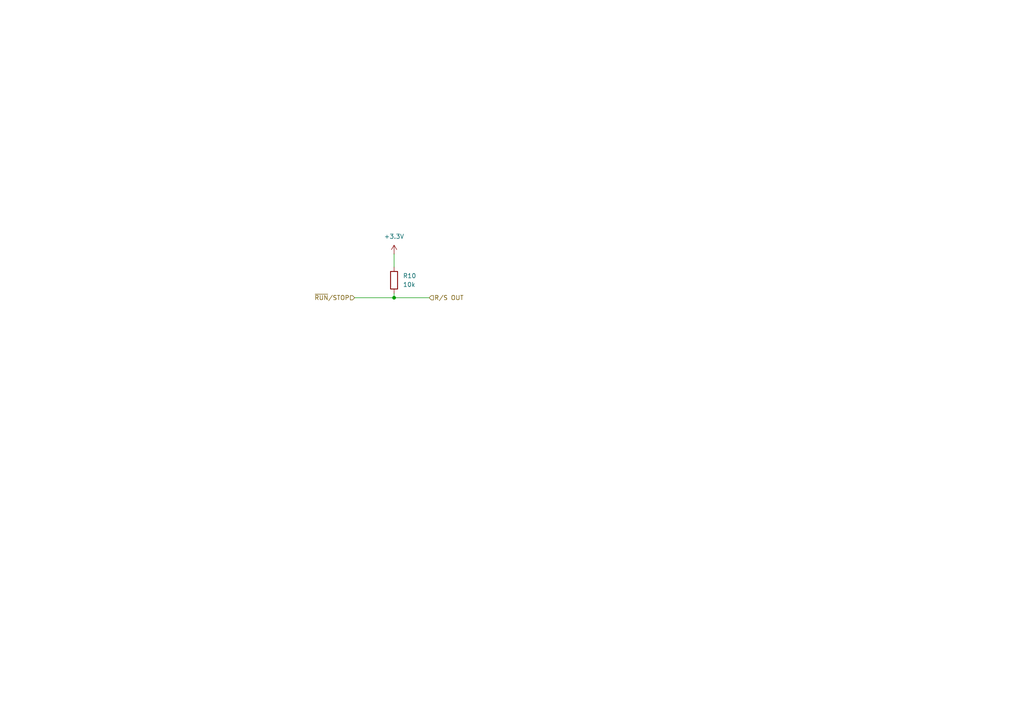
<source format=kicad_sch>
(kicad_sch
	(version 20250114)
	(generator "eeschema")
	(generator_version "9.0")
	(uuid "d30ba718-f7ae-4313-ac9a-be0e52e16232")
	(paper "A4")
	(lib_symbols
		(symbol "Device:R"
			(pin_numbers
				(hide yes)
			)
			(pin_names
				(offset 0)
			)
			(exclude_from_sim no)
			(in_bom yes)
			(on_board yes)
			(property "Reference" "R"
				(at 2.032 0 90)
				(effects
					(font
						(size 1.27 1.27)
					)
				)
			)
			(property "Value" "R"
				(at 0 0 90)
				(effects
					(font
						(size 1.27 1.27)
					)
				)
			)
			(property "Footprint" ""
				(at -1.778 0 90)
				(effects
					(font
						(size 1.27 1.27)
					)
					(hide yes)
				)
			)
			(property "Datasheet" "~"
				(at 0 0 0)
				(effects
					(font
						(size 1.27 1.27)
					)
					(hide yes)
				)
			)
			(property "Description" "Resistor"
				(at 0 0 0)
				(effects
					(font
						(size 1.27 1.27)
					)
					(hide yes)
				)
			)
			(property "ki_keywords" "R res resistor"
				(at 0 0 0)
				(effects
					(font
						(size 1.27 1.27)
					)
					(hide yes)
				)
			)
			(property "ki_fp_filters" "R_*"
				(at 0 0 0)
				(effects
					(font
						(size 1.27 1.27)
					)
					(hide yes)
				)
			)
			(symbol "R_0_1"
				(rectangle
					(start -1.016 -2.54)
					(end 1.016 2.54)
					(stroke
						(width 0.254)
						(type default)
					)
					(fill
						(type none)
					)
				)
			)
			(symbol "R_1_1"
				(pin passive line
					(at 0 3.81 270)
					(length 1.27)
					(name "~"
						(effects
							(font
								(size 1.27 1.27)
							)
						)
					)
					(number "1"
						(effects
							(font
								(size 1.27 1.27)
							)
						)
					)
				)
				(pin passive line
					(at 0 -3.81 90)
					(length 1.27)
					(name "~"
						(effects
							(font
								(size 1.27 1.27)
							)
						)
					)
					(number "2"
						(effects
							(font
								(size 1.27 1.27)
							)
						)
					)
				)
			)
			(embedded_fonts no)
		)
		(symbol "power:+3.3V"
			(power)
			(pin_numbers
				(hide yes)
			)
			(pin_names
				(offset 0)
				(hide yes)
			)
			(exclude_from_sim no)
			(in_bom yes)
			(on_board yes)
			(property "Reference" "#PWR"
				(at 0 -3.81 0)
				(effects
					(font
						(size 1.27 1.27)
					)
					(hide yes)
				)
			)
			(property "Value" "+3.3V"
				(at 0 3.556 0)
				(effects
					(font
						(size 1.27 1.27)
					)
				)
			)
			(property "Footprint" ""
				(at 0 0 0)
				(effects
					(font
						(size 1.27 1.27)
					)
					(hide yes)
				)
			)
			(property "Datasheet" ""
				(at 0 0 0)
				(effects
					(font
						(size 1.27 1.27)
					)
					(hide yes)
				)
			)
			(property "Description" "Power symbol creates a global label with name \"+3.3V\""
				(at 0 0 0)
				(effects
					(font
						(size 1.27 1.27)
					)
					(hide yes)
				)
			)
			(property "ki_keywords" "global power"
				(at 0 0 0)
				(effects
					(font
						(size 1.27 1.27)
					)
					(hide yes)
				)
			)
			(symbol "+3.3V_0_1"
				(polyline
					(pts
						(xy -0.762 1.27) (xy 0 2.54)
					)
					(stroke
						(width 0)
						(type default)
					)
					(fill
						(type none)
					)
				)
				(polyline
					(pts
						(xy 0 2.54) (xy 0.762 1.27)
					)
					(stroke
						(width 0)
						(type default)
					)
					(fill
						(type none)
					)
				)
				(polyline
					(pts
						(xy 0 0) (xy 0 2.54)
					)
					(stroke
						(width 0)
						(type default)
					)
					(fill
						(type none)
					)
				)
			)
			(symbol "+3.3V_1_1"
				(pin power_in line
					(at 0 0 90)
					(length 0)
					(name "~"
						(effects
							(font
								(size 1.27 1.27)
							)
						)
					)
					(number "1"
						(effects
							(font
								(size 1.27 1.27)
							)
						)
					)
				)
			)
			(embedded_fonts no)
		)
	)
	(junction
		(at 114.3 86.36)
		(diameter 0)
		(color 0 0 0 0)
		(uuid "40e06022-6a7f-41ca-8ecf-1cc22942a94f")
	)
	(wire
		(pts
			(xy 114.3 86.36) (xy 124.46 86.36)
		)
		(stroke
			(width 0)
			(type default)
		)
		(uuid "47668c78-c69b-4090-9af4-11e381cedfce")
	)
	(wire
		(pts
			(xy 114.3 73.66) (xy 114.3 77.47)
		)
		(stroke
			(width 0)
			(type default)
		)
		(uuid "5b6021e8-65e4-4e96-8a6d-ee07dd1f436d")
	)
	(wire
		(pts
			(xy 114.3 86.36) (xy 114.3 85.09)
		)
		(stroke
			(width 0)
			(type default)
		)
		(uuid "a16178ab-549d-4cb0-a1ba-97771de19a9f")
	)
	(wire
		(pts
			(xy 114.3 86.36) (xy 102.87 86.36)
		)
		(stroke
			(width 0)
			(type default)
		)
		(uuid "dc002160-40d7-4426-b6a3-9c2364731728")
	)
	(hierarchical_label "R{slash}S OUT"
		(shape input)
		(at 124.46 86.36 0)
		(effects
			(font
				(size 1.27 1.27)
			)
			(justify left)
		)
		(uuid "343d18a0-9189-41c3-affe-a8a727bb53ff")
	)
	(hierarchical_label "~{RUN}{slash}STOP"
		(shape input)
		(at 102.87 86.36 180)
		(effects
			(font
				(size 1.27 1.27)
			)
			(justify right)
		)
		(uuid "ec4d4e26-3f25-4f36-9ae8-e57b48305619")
	)
	(symbol
		(lib_id "power:+3.3V")
		(at 114.3 73.66 0)
		(unit 1)
		(exclude_from_sim no)
		(in_bom yes)
		(on_board yes)
		(dnp no)
		(fields_autoplaced yes)
		(uuid "1ebc69ef-9528-4556-ae22-5b2f2ba301a6")
		(property "Reference" "#PWR033"
			(at 114.3 77.47 0)
			(effects
				(font
					(size 1.27 1.27)
				)
				(hide yes)
			)
		)
		(property "Value" "+3.3V"
			(at 114.3 68.58 0)
			(effects
				(font
					(size 1.27 1.27)
				)
			)
		)
		(property "Footprint" ""
			(at 114.3 73.66 0)
			(effects
				(font
					(size 1.27 1.27)
				)
				(hide yes)
			)
		)
		(property "Datasheet" ""
			(at 114.3 73.66 0)
			(effects
				(font
					(size 1.27 1.27)
				)
				(hide yes)
			)
		)
		(property "Description" "Power symbol creates a global label with name \"+3.3V\""
			(at 114.3 73.66 0)
			(effects
				(font
					(size 1.27 1.27)
				)
				(hide yes)
			)
		)
		(pin "1"
			(uuid "a31faa31-b089-4220-85ae-73d9bf655882")
		)
		(instances
			(project "PCB2"
				(path "/65bd0161-ef9e-46bf-8f53-5e79265dec38/b9169cbc-15eb-4442-a6f5-930282d069c3/37830016-7ad7-4792-a6b7-849c17bc7bfc"
					(reference "#PWR033")
					(unit 1)
				)
			)
		)
	)
	(symbol
		(lib_id "Device:R")
		(at 114.3 81.28 0)
		(unit 1)
		(exclude_from_sim no)
		(in_bom yes)
		(on_board yes)
		(dnp no)
		(fields_autoplaced yes)
		(uuid "c48b8d8f-29fc-4c37-8a3c-ddae9d15b2fb")
		(property "Reference" "R10"
			(at 116.84 80.0099 0)
			(effects
				(font
					(size 1.27 1.27)
				)
				(justify left)
			)
		)
		(property "Value" "10k"
			(at 116.84 82.5499 0)
			(effects
				(font
					(size 1.27 1.27)
				)
				(justify left)
			)
		)
		(property "Footprint" "PCM_4ms_Resistor:R_0603"
			(at 112.522 81.28 90)
			(effects
				(font
					(size 1.27 1.27)
				)
				(hide yes)
			)
		)
		(property "Datasheet" "~"
			(at 114.3 81.28 0)
			(effects
				(font
					(size 1.27 1.27)
				)
				(hide yes)
			)
		)
		(property "Description" "Resistor"
			(at 114.3 81.28 0)
			(effects
				(font
					(size 1.27 1.27)
				)
				(hide yes)
			)
		)
		(pin "2"
			(uuid "f0984c40-a477-4c03-9465-7bc8ce668f16")
		)
		(pin "1"
			(uuid "ec5431c1-855a-4151-9a98-b3f9bd615b14")
		)
		(instances
			(project "PCB2"
				(path "/65bd0161-ef9e-46bf-8f53-5e79265dec38/b9169cbc-15eb-4442-a6f5-930282d069c3/37830016-7ad7-4792-a6b7-849c17bc7bfc"
					(reference "R10")
					(unit 1)
				)
			)
		)
	)
)

</source>
